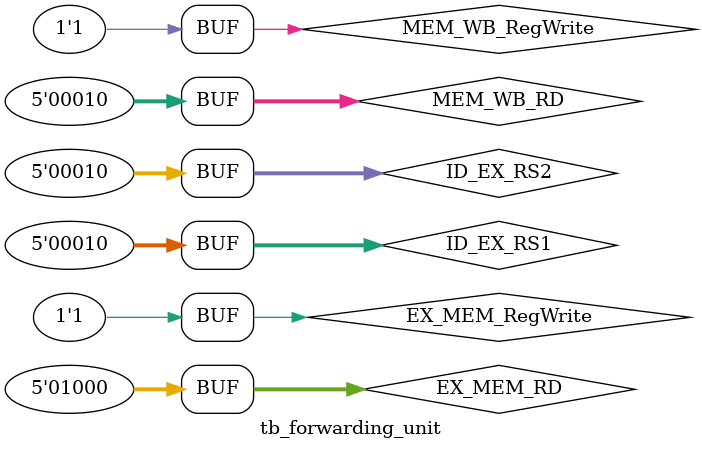
<source format=v>
`timescale 1ns / 1ps


module tb_forwarding_unit();

reg [4:0] ID_EX_RS1, ID_EX_RS2, EX_MEM_RD, MEM_WB_RD;
reg EX_MEM_RegWrite, MEM_WB_RegWrite;
wire [1:0] ForwardA, ForwardB;

Forwarding_Unit fu(ID_EX_RS1, ID_EX_RS2, EX_MEM_RD, MEM_WB_RD,
 EX_MEM_RegWrite, MEM_WB_RegWrite,
 ForwardA, ForwardB);

initial begin

ID_EX_RS1 = 4'b0010;
ID_EX_RS2 = 4'b0010;
EX_MEM_RD = 4'b1000;
MEM_WB_RD = 4'b1000;
EX_MEM_RegWrite = 1;
MEM_WB_RegWrite = 1;

#10
EX_MEM_RD = 4'b0010;

#10
EX_MEM_RD = 4'b1000;
MEM_WB_RD = 4'b0010;


end

endmodule




</source>
